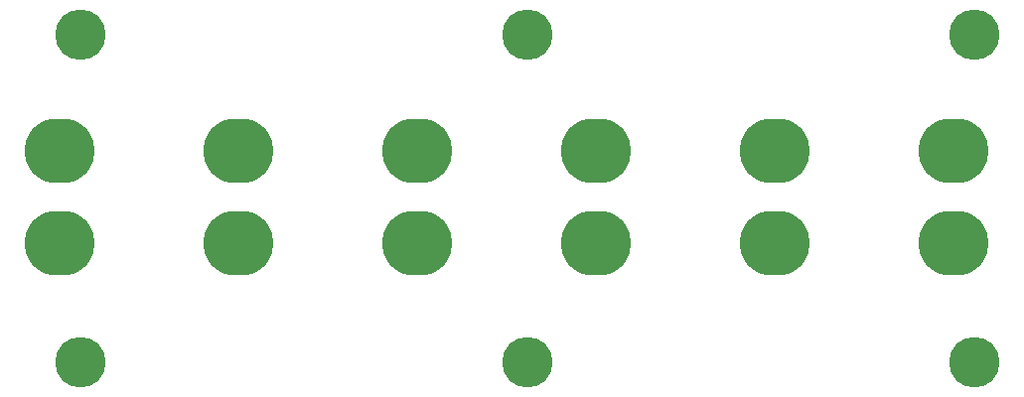
<source format=gbr>
%TF.GenerationSoftware,KiCad,Pcbnew,8.0.6*%
%TF.CreationDate,2024-11-19T18:22:25+00:00*%
%TF.ProjectId,PowerPole,506f7765-7250-46f6-9c65-2e6b69636164,rev?*%
%TF.SameCoordinates,Original*%
%TF.FileFunction,Soldermask,Top*%
%TF.FilePolarity,Negative*%
%FSLAX46Y46*%
G04 Gerber Fmt 4.6, Leading zero omitted, Abs format (unit mm)*
G04 Created by KiCad (PCBNEW 8.0.6) date 2024-11-19 18:22:25*
%MOMM*%
%LPD*%
G01*
G04 APERTURE LIST*
%ADD10C,4.300000*%
%ADD11O,6.000000X5.500000*%
G04 APERTURE END LIST*
D10*
%TO.C,REF\u002A\u002A*%
X68580000Y-48260000D03*
%TD*%
%TO.C,REF\u002A\u002A*%
X68580000Y-20320000D03*
%TD*%
%TO.C,REF\u002A\u002A*%
X106680000Y-20320000D03*
%TD*%
%TO.C,REF\u002A\u002A*%
X106680000Y-48260000D03*
%TD*%
%TO.C,REF\u002A\u002A*%
X30480000Y-48260000D03*
%TD*%
%TO.C,REF\u002A\u002A*%
X30480000Y-20320000D03*
%TD*%
D11*
%TO.C,J6*%
X104895500Y-30200000D03*
X104895500Y-38100000D03*
%TD*%
%TO.C,J5*%
X89655500Y-30200000D03*
X89655500Y-38100000D03*
%TD*%
%TO.C,J4*%
X74415500Y-30200000D03*
X74415500Y-38100000D03*
%TD*%
%TO.C,J3*%
X59175500Y-30200000D03*
X59175500Y-38100000D03*
%TD*%
%TO.C,J2*%
X43935500Y-30200000D03*
X43935500Y-38100000D03*
%TD*%
%TO.C,J1*%
X28695500Y-38100000D03*
X28695500Y-30200000D03*
%TD*%
M02*

</source>
